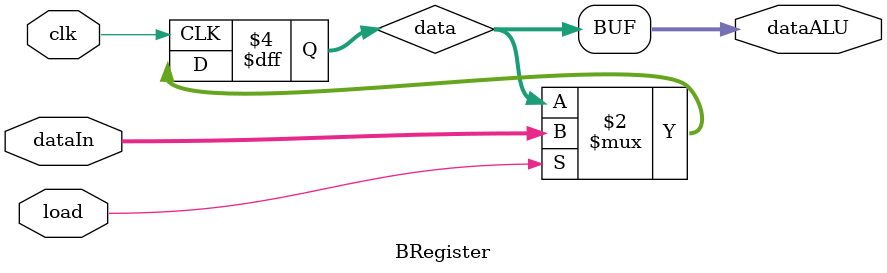
<source format=sv>
module ALU(A, B, opcode, send, resultOut);
  input[7:0] A;
  input[7:0] B;
  input[3:0] opcode;
  input send;
  output[7:0] resultOut;
  
  reg[7:0] result;
  
  assign resultOut = send ? result : 8'bzzzz_zzzz; //result is buffered
  
  always@(A or B)
    begin
      if(opcode==4'b0000) result <= A+B;
      /*case
        begin
          
        end
      endcase*/
    end
  
endmodule

module ARegister(dataIn, dataOut, dataALU, load, send, clk); //clock needed
  
  input[7:0] dataIn;
  output[7:0] dataOut;
  output[7:0] dataALU;
  input load, send, clk;
  
  reg[7:0] data;
  
  assign dataOut = send ? data : 8'bzzzz_zzzz;//goes to bus when send is set
  assign dataALU = data; //goes to alu
  
  always@(posedge clk)
    begin
      if(load)
        begin
          data <= dataIn; 
        end
    end
  
endmodule

module BRegister(clk, dataIn, dataALU, load);
  input clk, load;
  input[7:0] dataIn;
  output[7:0] dataALU;
  
  reg[7:0] data;
  
  assign dataALU = data;
  
  always@(posedge clk)
    begin
      if(load)
        begin
          data<=dataIn;
        end
    end
endmodule
</source>
